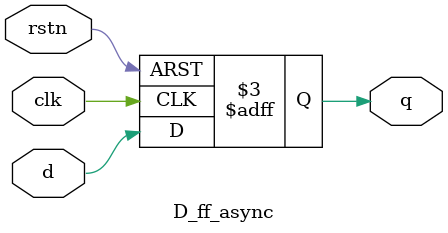
<source format=v>
`timescale 1ns / 1ps


module D_ff_sync(d, rstn, clk, q); //sync
    input d;
    input rstn;
    input clk;
    output reg q;
    
    always @ (posedge clk)
    if (rstn)
    q <= 0;
    else
    q <= d;
endmodule


module D_ff_async(d, rstn, clk, q); //async
    input d;
    input rstn;
    input clk;
    output reg q;
    
    always @ (posedge clk or negedge rstn)
    if (!rstn)
    q <= 0;
    else
    q <= d;
endmodule
</source>
